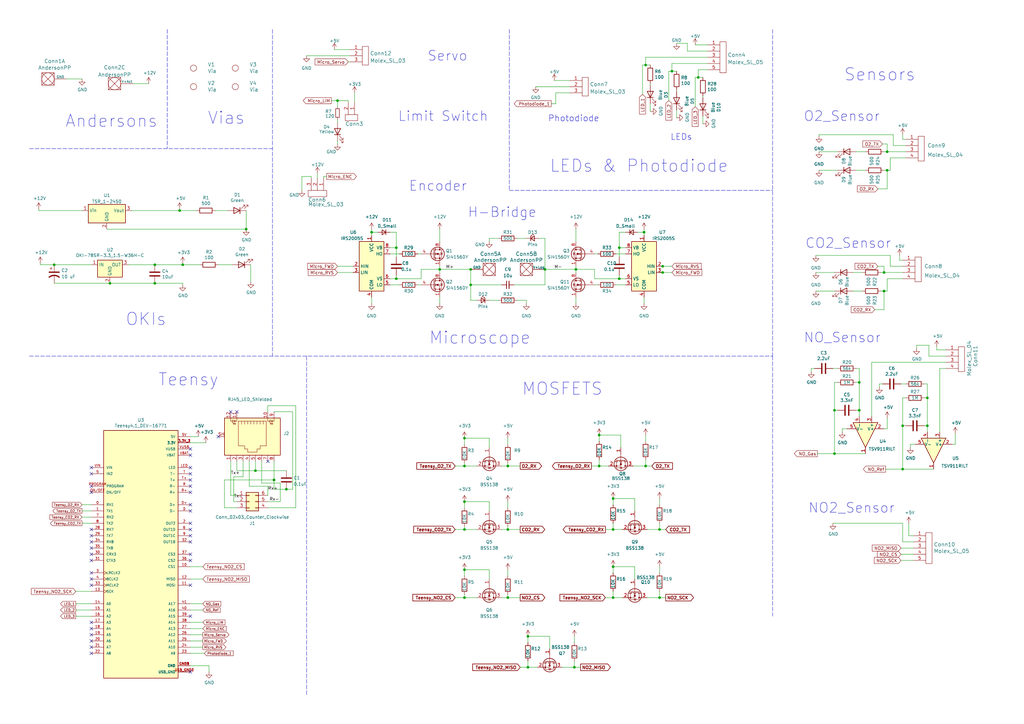
<source format=kicad_sch>
(kicad_sch (version 20211123) (generator eeschema)
  (paper "A3")
  (junction (at 254 114.3))
  (junction (at 45.085 116.205))
  (junction (at 22.225 108.585))
  (junction (at 245.745 191.135))
  (junction (at 270.51 245.11))
  (junction (at 380.365 163.195))
  (junction (at 208.28 191.135))
  (junction (at 370.205 174.625))
  (junction (at 190.5 205.74))
  (junction (at 236.22 110.49))
  (junction (at 251.46 245.11))
  (junction (at 193.04 116.84))
  (junction (at 352.425 156.845))
  (junction (at 117.475 200.66))
  (junction (at 193.04 110.49))
  (junction (at 152.4 95.25))
  (junction (at 362.585 111.76))
  (junction (at 286.385 31.75))
  (junction (at 235.585 273.685))
  (junction (at 138.43 41.275))
  (junction (at 251.46 232.41))
  (junction (at 73.66 86.36))
  (junction (at 363.855 69.85))
  (junction (at 162.56 101.6))
  (junction (at 271.78 111.76))
  (junction (at 363.855 62.23))
  (junction (at 275.59 29.21))
  (junction (at 380.365 174.625))
  (junction (at 63.5 116.205))
  (junction (at 100.965 93.98))
  (junction (at 180.34 110.49))
  (junction (at 264.795 191.135))
  (junction (at 104.775 193.04))
  (junction (at 190.5 191.135))
  (junction (at 362.585 119.38))
  (junction (at 190.5 179.705))
  (junction (at 251.46 217.17))
  (junction (at 342.265 186.055))
  (junction (at 370.205 192.405))
  (junction (at 254 101.6))
  (junction (at 270.51 217.17))
  (junction (at 216.535 260.985))
  (junction (at 271.78 109.22))
  (junction (at 352.425 168.275))
  (junction (at 190.5 245.11))
  (junction (at 63.5 108.585))
  (junction (at 74.93 108.585))
  (junction (at 190.5 233.68))
  (junction (at 245.745 178.435))
  (junction (at 208.28 217.17))
  (junction (at 208.28 245.11))
  (junction (at 190.5 217.17))
  (junction (at 216.535 273.685))
  (junction (at 264.16 95.25))
  (junction (at 162.56 114.3))
  (junction (at 251.46 204.47))
  (junction (at 112.395 196.85))
  (junction (at 342.265 168.275))
  (junction (at 223.52 110.49))
  (junction (at 264.795 26.67))
  (no_connect (at 37.465 240.03))
  (no_connect (at 78.105 229.87))
  (no_connect (at 94.615 168.91))
  (no_connect (at 97.155 168.91))
  (no_connect (at 37.465 194.31))
  (no_connect (at 37.465 201.93))
  (no_connect (at 78.105 227.33))
  (no_connect (at 78.105 191.77))
  (no_connect (at 78.105 207.01))
  (no_connect (at 78.105 222.25))
  (no_connect (at 37.465 267.97))
  (no_connect (at 37.465 224.79))
  (no_connect (at 37.465 191.77))
  (no_connect (at 37.465 262.89))
  (no_connect (at 37.465 255.27))
  (no_connect (at 78.105 184.15))
  (no_connect (at 37.465 217.17))
  (no_connect (at 78.105 201.93))
  (no_connect (at 37.465 237.49))
  (no_connect (at 78.105 186.69))
  (no_connect (at 78.105 214.63))
  (no_connect (at 37.465 219.71))
  (no_connect (at 78.105 196.85))
  (no_connect (at 78.105 252.73))
  (no_connect (at 37.465 199.39))
  (no_connect (at 78.105 219.71))
  (no_connect (at 78.105 194.31))
  (no_connect (at 78.105 209.55))
  (no_connect (at 37.465 265.43))
  (no_connect (at 78.105 240.03))
  (no_connect (at 109.855 189.23))
  (no_connect (at 78.105 275.59))
  (no_connect (at 78.105 217.17))
  (no_connect (at 89.535 179.07))
  (no_connect (at 37.465 222.25))
  (no_connect (at 37.465 227.33))
  (no_connect (at 37.465 257.81))
  (no_connect (at 37.465 260.35))
  (no_connect (at 37.465 234.95))
  (no_connect (at 78.105 199.39))
  (no_connect (at 37.465 229.87))
  (wire (pts (xy 335.28 186.055) (xy 342.265 186.055)))
  (wire (pts (xy 172.72 114.3) (xy 172.72 110.49)))
  (wire (pts (xy 171.45 104.14) (xy 172.72 104.14)))
  (wire (pts (xy 74.93 108.585) (xy 81.915 108.585)))
  (wire (pts (xy 31.115 247.65) (xy 37.465 247.65)))
  (wire (pts (xy 264.16 121.92) (xy 264.16 124.46)))
  (wire (pts (xy 370.205 57.15) (xy 370.205 55.245)))
  (wire (pts (xy 138.43 111.76) (xy 144.78 111.76)))
  (polyline (pts (xy 12.065 60.96) (xy 111.76 60.96)))
  (wire (pts (xy 387.985 148.59) (xy 357.505 148.59)))
  (wire (pts (xy 216.535 271.145) (xy 216.535 273.685)))
  (wire (pts (xy 235.585 260.985) (xy 235.585 263.525)))
  (wire (pts (xy 358.775 127) (xy 362.585 127)))
  (wire (pts (xy 226.06 42.545) (xy 227.965 42.545)))
  (wire (pts (xy 121.285 208.28) (xy 121.285 166.37)))
  (wire (pts (xy 285.115 31.75) (xy 286.385 31.75)))
  (wire (pts (xy 285.115 43.815) (xy 285.115 31.75)))
  (wire (pts (xy 235.585 273.685) (xy 238.125 273.685)))
  (wire (pts (xy 112.395 168.91) (xy 120.015 168.91)))
  (wire (pts (xy 235.585 271.145) (xy 235.585 273.685)))
  (wire (pts (xy 374.65 224.79) (xy 369.57 224.79)))
  (wire (pts (xy 227.965 38.1) (xy 227.965 42.545)))
  (wire (pts (xy 254 114.3) (xy 243.84 114.3)))
  (wire (pts (xy 370.205 174.625) (xy 370.205 192.405)))
  (wire (pts (xy 92.075 196.85) (xy 112.395 196.85)))
  (wire (pts (xy 142.875 41.91) (xy 142.875 41.275)))
  (wire (pts (xy 180.34 110.49) (xy 180.34 111.76)))
  (wire (pts (xy 208.28 179.705) (xy 208.28 182.245)))
  (wire (pts (xy 22.225 116.205) (xy 45.085 116.205)))
  (wire (pts (xy 242.57 191.135) (xy 245.745 191.135)))
  (wire (pts (xy 264.16 95.25) (xy 264.16 96.52)))
  (wire (pts (xy 53.975 86.36) (xy 73.66 86.36)))
  (wire (pts (xy 205.74 191.135) (xy 208.28 191.135)))
  (wire (pts (xy 117.475 200.66) (xy 112.395 200.66)))
  (wire (pts (xy 248.285 245.11) (xy 251.46 245.11)))
  (wire (pts (xy 371.475 64.77) (xy 365.125 64.77)))
  (wire (pts (xy 215.9 123.19) (xy 215.9 124.46)))
  (wire (pts (xy 363.855 59.055) (xy 363.855 62.23)))
  (wire (pts (xy 266.7 45.72) (xy 266.7 42.545)))
  (wire (pts (xy 180.34 93.98) (xy 180.34 99.06)))
  (wire (pts (xy 371.475 59.69) (xy 366.395 59.69)))
  (wire (pts (xy 33.655 214.63) (xy 37.465 214.63)))
  (wire (pts (xy 266.7 26.67) (xy 264.795 26.67)))
  (wire (pts (xy 94.615 203.2) (xy 94.615 189.23)))
  (wire (pts (xy 195.58 191.135) (xy 190.5 191.135)))
  (wire (pts (xy 45.085 116.205) (xy 63.5 116.205)))
  (wire (pts (xy 252.73 104.14) (xy 256.54 104.14)))
  (wire (pts (xy 236.22 109.22) (xy 236.22 110.49)))
  (wire (pts (xy 216.535 273.685) (xy 220.345 273.685)))
  (wire (pts (xy 107.315 198.12) (xy 107.315 189.23)))
  (wire (pts (xy 349.885 119.38) (xy 353.695 119.38)))
  (wire (pts (xy 83.185 247.65) (xy 78.105 247.65)))
  (wire (pts (xy 138.43 41.275) (xy 138.43 43.815)))
  (polyline (pts (xy 68.58 12.065) (xy 68.58 60.96)))
  (wire (pts (xy 193.04 116.84) (xy 193.04 110.49)))
  (wire (pts (xy 227.965 38.1) (xy 233.68 38.1)))
  (wire (pts (xy 248.285 217.17) (xy 251.46 217.17)))
  (wire (pts (xy 193.04 116.84) (xy 205.74 116.84)))
  (wire (pts (xy 15.875 86.36) (xy 15.875 85.725)))
  (wire (pts (xy 254.635 178.435) (xy 245.745 178.435)))
  (wire (pts (xy 114.935 198.12) (xy 107.315 198.12)))
  (wire (pts (xy 381 141.605) (xy 375.92 141.605)))
  (wire (pts (xy 37.465 207.01) (xy 33.655 207.01)))
  (wire (pts (xy 343.535 151.13) (xy 341.63 151.13)))
  (wire (pts (xy 254 95.25) (xy 256.54 95.25)))
  (wire (pts (xy 212.09 123.19) (xy 215.9 123.19)))
  (wire (pts (xy 270.51 217.17) (xy 273.05 217.17)))
  (wire (pts (xy 97.155 208.28) (xy 92.075 208.28)))
  (wire (pts (xy 256.54 101.6) (xy 254 101.6)))
  (wire (pts (xy 152.4 95.25) (xy 152.4 96.52)))
  (wire (pts (xy 190.5 233.68) (xy 190.5 236.22)))
  (wire (pts (xy 208.28 245.11) (xy 208.28 243.84)))
  (polyline (pts (xy 316.865 12.065) (xy 316.865 146.05)))
  (wire (pts (xy 363.22 192.405) (xy 370.205 192.405)))
  (wire (pts (xy 162.56 113.03) (xy 162.56 114.3)))
  (wire (pts (xy 374.65 219.71) (xy 372.745 219.71)))
  (wire (pts (xy 243.84 104.14) (xy 245.11 104.14)))
  (wire (pts (xy 200.66 123.19) (xy 204.47 123.19)))
  (wire (pts (xy 373.38 182.245) (xy 373.38 183.515)))
  (wire (pts (xy 251.46 217.17) (xy 255.27 217.17)))
  (wire (pts (xy 78.105 250.19) (xy 83.185 250.19)))
  (wire (pts (xy 208.28 233.68) (xy 208.28 236.22)))
  (wire (pts (xy 83.82 267.97) (xy 78.105 267.97)))
  (wire (pts (xy 172.72 110.49) (xy 180.34 110.49)))
  (wire (pts (xy 372.745 219.71) (xy 372.745 214.63)))
  (wire (pts (xy 208.28 217.17) (xy 213.36 217.17)))
  (wire (pts (xy 381 146.05) (xy 387.985 146.05)))
  (wire (pts (xy 371.475 163.195) (xy 370.205 163.195)))
  (wire (pts (xy 160.02 104.14) (xy 163.83 104.14)))
  (wire (pts (xy 190.5 179.705) (xy 190.5 182.245)))
  (wire (pts (xy 78.105 255.27) (xy 83.185 255.27)))
  (wire (pts (xy 264.795 191.135) (xy 267.335 191.135)))
  (wire (pts (xy 138.43 109.22) (xy 144.78 109.22)))
  (wire (pts (xy 37.465 242.57) (xy 31.115 242.57)))
  (wire (pts (xy 281.94 17.78) (xy 281.94 20.955)))
  (wire (pts (xy 78.105 265.43) (xy 83.185 265.43)))
  (wire (pts (xy 200.66 183.515) (xy 200.66 179.705)))
  (wire (pts (xy 370.205 114.3) (xy 363.855 114.3)))
  (wire (pts (xy 254.635 183.515) (xy 254.635 178.435)))
  (wire (pts (xy 351.155 156.845) (xy 352.425 156.845)))
  (wire (pts (xy 368.935 106.68) (xy 368.935 104.775)))
  (wire (pts (xy 125.73 22.86) (xy 143.51 22.86)))
  (wire (pts (xy 281.94 20.955) (xy 290.195 20.955)))
  (wire (pts (xy 347.345 175.895) (xy 345.44 175.895)))
  (wire (pts (xy 95.885 205.74) (xy 95.885 195.58)))
  (wire (pts (xy 251.46 245.11) (xy 255.27 245.11)))
  (wire (pts (xy 27.305 32.385) (xy 33.655 32.385)))
  (wire (pts (xy 245.745 191.135) (xy 249.555 191.135)))
  (wire (pts (xy 343.535 168.275) (xy 342.265 168.275)))
  (wire (pts (xy 254 101.6) (xy 254 105.41)))
  (wire (pts (xy 109.855 199.39) (xy 102.235 199.39)))
  (wire (pts (xy 270.51 111.76) (xy 271.78 111.76)))
  (wire (pts (xy 270.51 245.11) (xy 265.43 245.11)))
  (wire (pts (xy 138.43 57.785) (xy 138.43 59.055)))
  (wire (pts (xy 277.495 17.78) (xy 281.94 17.78)))
  (wire (pts (xy 264.795 26.67) (xy 264.795 23.495)))
  (wire (pts (xy 270.51 232.41) (xy 270.51 234.95)))
  (wire (pts (xy 352.425 168.275) (xy 352.425 170.815)))
  (wire (pts (xy 138.43 41.275) (xy 142.875 41.275)))
  (wire (pts (xy 362.585 109.22) (xy 362.585 111.76)))
  (wire (pts (xy 391.795 177.8) (xy 391.795 182.245)))
  (wire (pts (xy 84.455 181.61) (xy 78.105 181.61)))
  (wire (pts (xy 360.045 109.22) (xy 362.585 109.22)))
  (wire (pts (xy 288.29 40.005) (xy 288.29 39.37)))
  (wire (pts (xy 243.84 114.3) (xy 243.84 110.49)))
  (wire (pts (xy 92.075 208.28) (xy 92.075 196.85)))
  (wire (pts (xy 286.385 31.75) (xy 286.385 28.575)))
  (wire (pts (xy 385.445 151.13) (xy 385.445 177.165)))
  (wire (pts (xy 260.35 204.47) (xy 251.46 204.47)))
  (wire (pts (xy 236.22 110.49) (xy 223.52 110.49)))
  (wire (pts (xy 78.105 262.89) (xy 83.185 262.89)))
  (wire (pts (xy 363.855 171.45) (xy 363.855 175.895)))
  (wire (pts (xy 132.715 73.025) (xy 132.715 72.39)))
  (wire (pts (xy 200.66 97.79) (xy 200.66 99.06)))
  (wire (pts (xy 371.475 157.48) (xy 369.57 157.48)))
  (wire (pts (xy 365.125 69.85) (xy 363.855 69.85)))
  (wire (pts (xy 112.395 200.66) (xy 112.395 196.85)))
  (wire (pts (xy 236.22 121.92) (xy 236.22 124.46)))
  (wire (pts (xy 380.365 174.625) (xy 380.365 177.165)))
  (wire (pts (xy 210.82 116.84) (xy 223.52 116.84)))
  (wire (pts (xy 363.855 62.23) (xy 371.475 62.23)))
  (wire (pts (xy 371.475 174.625) (xy 370.205 174.625)))
  (wire (pts (xy 123.825 72.39) (xy 123.825 78.105)))
  (wire (pts (xy 43.815 93.98) (xy 100.965 93.98)))
  (wire (pts (xy 152.4 93.98) (xy 152.4 95.25)))
  (wire (pts (xy 335.915 69.85) (xy 343.535 69.85)))
  (wire (pts (xy 31.115 252.73) (xy 37.465 252.73)))
  (wire (pts (xy 264.16 93.98) (xy 264.16 95.25)))
  (wire (pts (xy 277.495 37.465) (xy 277.495 36.83)))
  (wire (pts (xy 132.715 72.39) (xy 133.985 72.39)))
  (wire (pts (xy 200.66 179.705) (xy 190.5 179.705)))
  (wire (pts (xy 381 141.605) (xy 381 146.05)))
  (wire (pts (xy 120.015 200.66) (xy 117.475 200.66)))
  (wire (pts (xy 109.855 203.2) (xy 109.855 199.39)))
  (wire (pts (xy 204.47 97.79) (xy 200.66 97.79)))
  (wire (pts (xy 121.285 166.37) (xy 109.855 166.37)))
  (wire (pts (xy 352.425 168.275) (xy 352.425 156.845)))
  (wire (pts (xy 271.78 109.22) (xy 275.59 109.22)))
  (wire (pts (xy 200.66 205.74) (xy 190.5 205.74)))
  (wire (pts (xy 200.66 209.55) (xy 200.66 205.74)))
  (wire (pts (xy 112.395 196.85) (xy 112.395 189.23)))
  (polyline (pts (xy 111.76 12.065) (xy 111.76 146.05)))
  (wire (pts (xy 365.125 109.22) (xy 365.125 104.775)))
  (wire (pts (xy 137.16 20.32) (xy 143.51 20.32)))
  (wire (pts (xy 142.875 25.4) (xy 143.51 25.4)))
  (wire (pts (xy 264.795 191.135) (xy 259.715 191.135)))
  (wire (pts (xy 186.69 245.11) (xy 190.5 245.11)))
  (wire (pts (xy 127.635 72.39) (xy 127.635 73.025)))
  (wire (pts (xy 360.045 77.47) (xy 363.855 77.47)))
  (wire (pts (xy 260.35 209.55) (xy 260.35 204.47)))
  (wire (pts (xy 190.5 205.74) (xy 190.5 208.28)))
  (wire (pts (xy 123.825 72.39) (xy 127.635 72.39)))
  (wire (pts (xy 375.285 182.245) (xy 373.38 182.245)))
  (wire (pts (xy 16.51 108.585) (xy 16.51 107.95)))
  (wire (pts (xy 208.28 205.74) (xy 208.28 208.28)))
  (wire (pts (xy 270.51 242.57) (xy 270.51 245.11)))
  (wire (pts (xy 102.235 189.23) (xy 102.235 199.39)))
  (wire (pts (xy 264.795 23.495) (xy 290.195 23.495)))
  (wire (pts (xy 387.985 151.13) (xy 385.445 151.13)))
  (wire (pts (xy 270.51 217.17) (xy 265.43 217.17)))
  (wire (pts (xy 220.98 97.79) (xy 223.52 97.79)))
  (wire (pts (xy 275.59 29.21) (xy 275.59 26.035)))
  (wire (pts (xy 138.43 48.895) (xy 138.43 50.165)))
  (wire (pts (xy 363.855 69.85) (xy 362.585 69.85)))
  (wire (pts (xy 266.7 34.925) (xy 266.7 34.29)))
  (wire (pts (xy 361.95 59.055) (xy 363.855 59.055)))
  (wire (pts (xy 95.885 195.58) (xy 99.695 195.58)))
  (wire (pts (xy 109.855 208.28) (xy 121.285 208.28)))
  (polyline (pts (xy 208.915 12.065) (xy 208.915 78.105)))
  (wire (pts (xy 195.58 217.17) (xy 190.5 217.17)))
  (wire (pts (xy 225.425 266.065) (xy 225.425 260.985)))
  (wire (pts (xy 261.62 95.25) (xy 264.16 95.25)))
  (wire (pts (xy 251.46 214.63) (xy 251.46 217.17)))
  (wire (pts (xy 85.725 273.05) (xy 85.725 275.59)))
  (wire (pts (xy 78.105 232.41) (xy 83.185 232.41)))
  (wire (pts (xy 380.365 157.48) (xy 380.365 163.195)))
  (wire (pts (xy 254 101.6) (xy 254 95.25)))
  (wire (pts (xy 78.105 179.07) (xy 81.28 179.07)))
  (wire (pts (xy 384.175 143.51) (xy 387.985 143.51)))
  (wire (pts (xy 208.28 191.135) (xy 208.28 189.865)))
  (wire (pts (xy 363.855 175.895) (xy 362.585 175.895)))
  (wire (pts (xy 277.495 48.26) (xy 277.495 45.085)))
  (wire (pts (xy 362.585 62.23) (xy 363.855 62.23)))
  (wire (pts (xy 251.46 204.47) (xy 251.46 207.01)))
  (wire (pts (xy 104.775 193.04) (xy 117.475 193.04)))
  (wire (pts (xy 193.04 123.19) (xy 195.58 123.19)))
  (wire (pts (xy 162.56 101.6) (xy 162.56 105.41)))
  (wire (pts (xy 366.395 59.69) (xy 366.395 55.245)))
  (wire (pts (xy 97.155 205.74) (xy 95.885 205.74)))
  (wire (pts (xy 227.33 33.02) (xy 233.68 33.02)))
  (wire (pts (xy 380.365 157.48) (xy 379.095 157.48)))
  (wire (pts (xy 212.09 97.79) (xy 215.9 97.79)))
  (wire (pts (xy 205.74 245.11) (xy 208.28 245.11)))
  (wire (pts (xy 374.65 227.33) (xy 369.57 227.33)))
  (wire (pts (xy 375.92 141.605) (xy 375.92 142.875)))
  (wire (pts (xy 154.94 95.25) (xy 152.4 95.25)))
  (wire (pts (xy 256.54 116.84) (xy 252.73 116.84)))
  (wire (pts (xy 370.205 106.68) (xy 368.935 106.68)))
  (wire (pts (xy 88.265 86.36) (xy 93.345 86.36)))
  (wire (pts (xy 193.04 123.19) (xy 193.04 116.84)))
  (wire (pts (xy 160.02 114.3) (xy 162.56 114.3)))
  (wire (pts (xy 114.935 205.74) (xy 114.935 198.12)))
  (wire (pts (xy 216.535 260.985) (xy 216.535 263.525)))
  (wire (pts (xy 256.54 114.3) (xy 254 114.3)))
  (wire (pts (xy 83.185 237.49) (xy 78.105 237.49)))
  (wire (pts (xy 370.205 192.405) (xy 382.905 192.405)))
  (wire (pts (xy 342.265 168.275) (xy 342.265 186.055)))
  (wire (pts (xy 243.84 110.49) (xy 236.22 110.49)))
  (wire (pts (xy 200.66 237.49) (xy 200.66 233.68)))
  (wire (pts (xy 370.205 163.195) (xy 370.205 174.625)))
  (polyline (pts (xy 208.915 78.105) (xy 316.865 78.105)))
  (wire (pts (xy 186.69 217.17) (xy 190.5 217.17)))
  (wire (pts (xy 225.425 260.985) (xy 216.535 260.985)))
  (wire (pts (xy 334.645 119.38) (xy 342.265 119.38)))
  (wire (pts (xy 236.22 93.98) (xy 236.22 99.06)))
  (wire (pts (xy 362.585 111.76) (xy 370.205 111.76)))
  (wire (pts (xy 97.155 203.2) (xy 94.615 203.2)))
  (wire (pts (xy 100.965 86.36) (xy 100.965 93.98)))
  (wire (pts (xy 195.58 245.11) (xy 190.5 245.11)))
  (wire (pts (xy 370.205 222.25) (xy 370.205 214.63)))
  (wire (pts (xy 277.495 29.21) (xy 275.59 29.21)))
  (wire (pts (xy 245.745 178.435) (xy 245.745 180.975)))
  (wire (pts (xy 74.93 116.205) (xy 74.93 116.84)))
  (wire (pts (xy 357.505 148.59) (xy 357.505 170.815)))
  (wire (pts (xy 16.51 108.585) (xy 22.225 108.585)))
  (wire (pts (xy 380.365 174.625) (xy 380.365 163.195)))
  (wire (pts (xy 243.84 116.84) (xy 245.11 116.84)))
  (wire (pts (xy 351.155 62.23) (xy 354.965 62.23)))
  (wire (pts (xy 180.34 121.92) (xy 180.34 124.46)))
  (wire (pts (xy 352.425 151.13) (xy 352.425 156.845)))
  (wire (pts (xy 208.28 191.135) (xy 213.36 191.135)))
  (wire (pts (xy 78.105 260.35) (xy 83.185 260.35)))
  (wire (pts (xy 160.02 101.6) (xy 162.56 101.6)))
  (wire (pts (xy 190.5 217.17) (xy 190.5 215.9)))
  (wire (pts (xy 78.105 273.05) (xy 85.725 273.05)))
  (wire (pts (xy 245.745 188.595) (xy 245.745 191.135)))
  (wire (pts (xy 120.015 168.91) (xy 120.015 200.66)))
  (wire (pts (xy 130.175 71.12) (xy 130.175 73.025)))
  (wire (pts (xy 180.34 109.22) (xy 180.34 110.49)))
  (wire (pts (xy 345.44 175.895) (xy 345.44 177.165)))
  (wire (pts (xy 171.45 116.84) (xy 172.72 116.84)))
  (wire (pts (xy 334.645 111.76) (xy 342.265 111.76)))
  (wire (pts (xy 371.475 57.15) (xy 370.205 57.15)))
  (wire (pts (xy 15.875 86.36) (xy 33.655 86.36)))
  (wire (pts (xy 370.205 109.22) (xy 365.125 109.22)))
  (wire (pts (xy 264.795 188.595) (xy 264.795 191.135)))
  (wire (pts (xy 270.51 245.11) (xy 273.05 245.11)))
  (wire (pts (xy 73.66 85.725) (xy 73.66 86.36)))
  (wire (pts (xy 37.465 250.19) (xy 31.115 250.19)))
  (wire (pts (xy 363.855 119.38) (xy 362.585 119.38)))
  (wire (pts (xy 33.655 212.09) (xy 37.465 212.09)))
  (polyline (pts (xy 125.73 146.05) (xy 125.73 285.115)))
  (wire (pts (xy 379.095 163.195) (xy 380.365 163.195)))
  (wire (pts (xy 135.89 41.275) (xy 138.43 41.275)))
  (wire (pts (xy 97.155 189.23) (xy 97.155 193.04)))
  (wire (pts (xy 63.5 116.205) (xy 74.93 116.205)))
  (wire (pts (xy 334.01 151.13) (xy 332.74 151.13)))
  (wire (pts (xy 223.52 97.79) (xy 223.52 110.49)))
  (wire (pts (xy 22.225 108.585) (xy 37.465 108.585)))
  (wire (pts (xy 236.22 110.49) (xy 236.22 111.76)))
  (wire (pts (xy 152.4 121.92) (xy 152.4 124.46)))
  (wire (pts (xy 60.96 34.29) (xy 54.61 34.29)))
  (wire (pts (xy 288.29 31.75) (xy 286.385 31.75)))
  (wire (pts (xy 362.585 119.38) (xy 361.315 119.38)))
  (wire (pts (xy 186.69 191.135) (xy 190.5 191.135)))
  (wire (pts (xy 109.855 166.37) (xy 109.855 168.91)))
  (wire (pts (xy 271.78 111.76) (xy 275.59 111.76)))
  (wire (pts (xy 104.775 193.04) (xy 104.775 189.23)))
  (wire (pts (xy 162.56 101.6) (xy 162.56 95.25)))
  (wire (pts (xy 274.32 29.21) (xy 275.59 29.21)))
  (wire (pts (xy 363.855 77.47) (xy 363.855 69.85)))
  (wire (pts (xy 219.71 35.56) (xy 233.68 35.56)))
  (wire (pts (xy 370.205 214.63) (xy 341.63 214.63)))
  (wire (pts (xy 374.65 222.25) (xy 370.205 222.25)))
  (wire (pts (xy 374.65 229.87) (xy 369.57 229.87)))
  (wire (pts (xy 379.095 174.625) (xy 380.365 174.625)))
  (wire (pts (xy 235.585 273.685) (xy 230.505 273.685)))
  (wire (pts (xy 349.885 111.76) (xy 353.695 111.76)))
  (wire (pts (xy 251.46 232.41) (xy 251.46 234.95)))
  (wire (pts (xy 200.66 233.68) (xy 190.5 233.68)))
  (wire (pts (xy 73.66 86.36) (xy 80.645 86.36)))
  (wire (pts (xy 160.02 116.84) (xy 163.83 116.84)))
  (wire (pts (xy 285.115 18.415) (xy 290.195 18.415)))
  (wire (pts (xy 360.68 157.48) (xy 360.68 158.75)))
  (wire (pts (xy 145.415 38.1) (xy 145.415 41.91)))
  (wire (pts (xy 288.29 50.8) (xy 288.29 47.625)))
  (wire (pts (xy 208.28 217.17) (xy 208.28 215.9)))
  (wire (pts (xy 190.5 191.135) (xy 190.5 189.865)))
  (wire (pts (xy 342.265 186.055) (xy 354.965 186.055)))
  (wire (pts (xy 213.36 273.685) (xy 216.535 273.685)))
  (wire (pts (xy 366.395 55.245) (xy 335.915 55.245)))
  (wire (pts (xy 335.915 55.245) (xy 335.915 55.88)))
  (wire (pts (xy 270.51 214.63) (xy 270.51 217.17)))
  (wire (pts (xy 78.105 257.81) (xy 83.185 257.81)))
  (wire (pts (xy 99.695 195.58) (xy 99.695 189.23)))
  (wire (pts (xy 162.56 114.3) (xy 172.72 114.3)))
  (wire (pts (xy 351.155 69.85) (xy 354.965 69.85)))
  (wire (pts (xy 363.855 114.3) (xy 363.855 119.38)))
  (wire (pts (xy 97.155 193.04) (xy 104.775 193.04)))
  (wire (pts (xy 343.535 156.845) (xy 342.265 156.845)))
  (wire (pts (xy 274.32 41.275) (xy 274.32 29.21)))
  (wire (pts (xy 362.585 127) (xy 362.585 119.38)))
  (wire (pts (xy 270.51 109.22) (xy 271.78 109.22)))
  (wire (pts (xy 361.315 111.76) (xy 362.585 111.76)))
  (wire (pts (xy 190.5 245.11) (xy 190.5 243.84)))
  (wire (pts (xy 180.34 110.49) (xy 193.04 110.49)))
  (wire (pts (xy 263.525 26.67) (xy 264.795 26.67)))
  (wire (pts (xy 63.5 108.585) (xy 74.93 108.585)))
  (wire (pts (xy 270.51 204.47) (xy 270.51 207.01)))
  (wire (pts (xy 260.35 232.41) (xy 251.46 232.41)))
  (wire (pts (xy 332.74 151.13) (xy 332.74 152.4)))
  (wire (pts (xy 89.535 108.585) (xy 95.25 108.585)))
  (wire (pts (xy 335.915 62.23) (xy 343.535 62.23)))
  (wire (pts (xy 342.265 156.845) (xy 342.265 168.275)))
  (wire (pts (xy 275.59 26.035) (xy 290.195 26.035)))
  (wire (pts (xy 352.425 151.13) (xy 351.155 151.13)))
  (wire (pts (xy 74.93 108.585) (xy 74.93 107.95)))
  (polyline (pts (xy 12.065 146.05) (xy 316.865 146.05)))
  (wire (pts (xy 365.125 104.775) (xy 334.645 104.775)))
  (wire (pts (xy 365.125 64.77) (xy 365.125 69.85)))
  (polyline (pts (xy 316.865 146.05) (xy 316.865 252.73)))
  (wire (pts (xy 33.655 209.55) (xy 37.465 209.55)))
  (wire (pts (xy 254 113.03) (xy 254 114.3)))
  (wire (pts (xy 264.795 178.435) (xy 264.795 180.975)))
  (wire (pts (xy 52.705 108.585) (xy 63.5 108.585)))
  (wire (pts (xy 263.525 38.735) (xy 263.525 26.67)))
  (wire (pts (xy 351.155 168.275) (xy 352.425 168.275)))
  (wire (pts (xy 223.52 116.84) (xy 223.52 110.49)))
  (wire (pts (xy 391.795 182.245) (xy 390.525 182.245)))
  (wire (pts (xy 208.28 245.11) (xy 213.36 245.11)))
  (wire (pts (xy 102.87 108.585) (xy 102.87 115.57)))
  (wire (pts (xy 260.35 237.49) (xy 260.35 232.41)))
  (wire (pts (xy 205.74 217.17) (xy 208.28 217.17)))
  (wire (pts (xy 162.56 95.25) (xy 160.02 95.25)))
  (wire (pts (xy 384.175 143.51) (xy 384.175 142.24)))
  (wire (pts (xy 361.95 157.48) (xy 360.68 157.48)))
  (wire (pts (xy 109.855 205.74) (xy 114.935 205.74)))
  (wire (pts (xy 286.385 28.575) (xy 290.195 28.575)))
  (wire (pts (xy 251.46 242.57) (xy 251.46 245.11)))
  (text "CO2_Sensor" (at 330.2 102.235 0) (effects (font (size 4 4)) (justify left bottom)))
  (text "Teensy" (at 64.77 158.75 0) (effects (font (size 5.0038 5.0038)) (justify left bottom)))
  (text "Vias" (at 85.09 51.435 0) (effects (font (size 5.0038 5.0038)) (justify left bottom)))
  (text "Microscope" (at 175.895 141.605 0) (effects (font (size 5 5)) (justify left bottom)))
  (text "Servo" (at 175.26 25.4 0) (effects (font (size 4 4)) (justify left bottom)))
  (text "Sensors" (at 346.075 33.655 0) (effects (font (size 5.0038 5.0038)) (justify left bottom)))
  (text "Encoder" (at 167.64 78.74 0) (effects (font (size 4 4)) (justify left bottom)))
  (text "MOSFETS" (at 213.995 162.56 0) (effects (font (size 5 5)) (justify left bottom)))
  (text "Photodiode" (at 224.79 50.165 0) (effects (font (size 2.5 2.5)) (justify left bottom)))
  (text "LEDs" (at 274.955 57.785 0) (effects (font (size 2.4892 2.4892)) (justify left bottom)))
  (text "OKIs" (at 51.435 133.985 0) (effects (font (size 5.0038 5.0038)) (justify left bottom)))
  (text "NO2_Sensor" (at 331.47 210.82 0) (effects (font (size 4 4)) (justify left bottom)))
  (text "Andersons" (at 26.67 52.705 0) (effects (font (size 5.0038 5.0038)) (justify left bottom)))
  (text "NO_Sensor" (at 329.565 140.97 0) (effects (font (size 4 4)) (justify left bottom)))
  (text "LEDs & Photodiode" (at 225.425 71.12 0) (effects (font (size 5.0038 5.0038)) (justify left bottom)))
  (text "H-Bridge" (at 191.77 89.535 0) (effects (font (size 4 4)) (justify left bottom)))
  (text "O2_Sensor" (at 329.565 50.165 0) (effects (font (size 4 4)) (justify left bottom)))
  (text "Limit Switch" (at 163.195 50.165 0) (effects (font (size 4 4)) (justify left bottom)))
  (label "Tx-" (at 95.885 204.47 0))
  (label "Tx+" (at 94.615 194.945 0))
  (label "Rx+" (at 109.855 201.295 0))
  (label "M+" (at 182.88 110.49 0))
  (label "M-" (at 227.33 110.49 0))
  (label "Rx-" (at 110.49 205.74 0))
  (global_label "LED_3" (shape input) (at 285.115 43.815 270) (property "Intersheet References" "${INTERSHEET_REFS}" (effects hide)))
  (global_label "Teensy_O2_TX" (shape output) (at 33.655 209.55 180) (effects (font (size 0.9906 0.9906))) (property "Intersheet References" "${INTERSHEET_REFS}" (effects hide)))
  (global_label "CO2_RX" (shape input) (at 358.775 127 180) (property "Intersheet References" "${INTERSHEET_REFS}" (effects hide)))
  (global_label "NO_Ref" (shape output) (at 363.22 192.405 180) (property "Intersheet References" "${INTERSHEET_REFS}" (effects hide)))
  (global_label "Teensy_NO2_CS" (shape input) (at 83.185 232.41 0) (property "Intersheet References" "${INTERSHEET_REFS}" (effects hide)))
  (global_label "Photodiode_1" (shape output) (at 226.06 42.545 180) (property "Intersheet References" "${INTERSHEET_REFS}" (effects hide)))
  (global_label "Teensy_NO2_SCK" (shape input) (at 248.285 245.11 180) (effects (font bold)) (property "Intersheet References" "${INTERSHEET_REFS}" (effects hide)))
  (global_label "Teensy_CO2_RX" (shape input) (at 33.655 212.09 180) (effects (font (size 0.9906 0.9906))) (property "Intersheet References" "${INTERSHEET_REFS}" (effects hide)))
  (global_label "Teensy_NO2_CS" (shape input) (at 186.69 245.11 180) (effects (font bold)) (property "Intersheet References" "${INTERSHEET_REFS}" (effects hide)))
  (global_label "LED_2" (shape output) (at 31.115 250.19 180) (effects (font (size 0.9906 0.9906))) (property "Intersheet References" "${INTERSHEET_REFS}" (effects hide)))
  (global_label "Teensy_NO2_MISO" (shape input) (at 213.36 273.685 180) (effects (font bold)) (property "Intersheet References" "${INTERSHEET_REFS}" (effects hide)))
  (global_label "Micro_Servo" (shape output) (at 83.185 260.35 0) (effects (font (size 1 1))) (property "Intersheet References" "${INTERSHEET_REFS}" (effects hide)))
  (global_label "Teensy_NO2_MISO" (shape input) (at 83.185 237.49 0) (property "Intersheet References" "${INTERSHEET_REFS}" (effects hide)))
  (global_label "NO2_CS" (shape output) (at 213.36 245.11 0) (effects (font bold)) (property "Intersheet References" "${INTERSHEET_REFS}" (effects hide)))
  (global_label "Micro_RVS" (shape output) (at 83.185 265.43 0) (effects (font (size 1 1))) (property "Intersheet References" "${INTERSHEET_REFS}" (effects hide)))
  (global_label "Micro_LIM" (shape output) (at 135.89 41.275 180) (property "Intersheet References" "${INTERSHEET_REFS}" (effects hide)))
  (global_label "Teensy_NO2_SCK" (shape input) (at 31.115 242.57 180) (property "Intersheet References" "${INTERSHEET_REFS}" (effects hide)))
  (global_label "Micro_RVS" (shape input) (at 138.43 111.76 180) (property "Intersheet References" "${INTERSHEET_REFS}" (effects hide)))
  (global_label "Micro_FWD" (shape input) (at 138.43 109.22 180) (property "Intersheet References" "${INTERSHEET_REFS}" (effects hide)))
  (global_label "NO2_MISO" (shape input) (at 369.57 224.79 180) (property "Intersheet References" "${INTERSHEET_REFS}" (effects hide)))
  (global_label "CO2_TX" (shape input) (at 360.045 109.22 180) (property "Intersheet References" "${INTERSHEET_REFS}" (effects hide)))
  (global_label "Teensy_CO2_TX" (shape output) (at 33.655 214.63 180) (effects (font (size 0.9906 0.9906))) (property "Intersheet References" "${INTERSHEET_REFS}" (effects hide)))
  (global_label "NO2_CS" (shape input) (at 369.57 227.33 180) (property "Intersheet References" "${INTERSHEET_REFS}" (effects hide)))
  (global_label "Teensy_CO2_TX" (shape input) (at 186.69 217.17 180) (effects (font bold)) (property "Intersheet References" "${INTERSHEET_REFS}" (effects hide)))
  (global_label "NO_Gas" (shape input) (at 83.185 247.65 0) (effects (font (size 0.9906 0.9906))) (property "Intersheet References" "${INTERSHEET_REFS}" (effects hide)))
  (global_label "Micro_RVS" (shape input) (at 275.59 109.22 0) (property "Intersheet References" "${INTERSHEET_REFS}" (effects hide)))
  (global_label "Micro_FWD" (shape input) (at 275.59 111.76 0) (property "Intersheet References" "${INTERSHEET_REFS}" (effects hide)))
  (global_label "Micro_FWD" (shape output) (at 83.185 262.89 0) (effects (font (size 1 1))) (property "Intersheet References" "${INTERSHEET_REFS}" (effects hide)))
  (global_label "O2_TX" (shape input) (at 267.335 191.135 0) (effects (font bold)) (property "Intersheet References" "${INTERSHEET_REFS}" (effects hide)))
  (global_label "NO_Ref" (shape input) (at 83.185 250.19 0) (effects (font (size 0.9906 0.9906))) (property "Intersheet References" "${INTERSHEET_REFS}" (effects hide)))
  (global_label "Micro_LIM" (shape input) (at 83.185 255.27 0) (effects (font (size 1 1))) (property "Intersheet References" "${INTERSHEET_REFS}" (effects hide)))
  (global_label "O2_TX" (shape input) (at 361.95 59.055 180) (property "Intersheet References" "${INTERSHEET_REFS}" (effects hide)))
  (global_label "Teensy_CO2_RX" (shape output) (at 248.285 217.17 180) (effects (font bold)) (property "Intersheet References" "${INTERSHEET_REFS}" (effects hide)))
  (global_label "Teensy_O2_RX" (shape output) (at 242.57 191.135 180) (effects (font bold)) (property "Intersheet References" "${INTERSHEET_REFS}" (effects hide)))
  (global_label "O2_RX" (shape output) (at 213.36 191.135 0) (effects (font bold)) (property "Intersheet References" "${INTERSHEET_REFS}" (effects hide)))
  (global_label "LED_2" (shape input) (at 274.32 41.275 270) (property "Intersheet References" "${INTERSHEET_REFS}" (effects hide)))
  (global_label "LED_1" (shape output) (at 31.115 247.65 180) (effects (font (size 0.9906 0.9906))) (property "Intersheet References" "${INTERSHEET_REFS}" (effects hide)))
  (global_label "LED_3" (shape output) (at 31.115 252.73 180) (effects (font (size 0.9906 0.9906))) (property "Intersheet References" "${INTERSHEET_REFS}" (effects hide)))
  (global_label "CO2_TX" (shape input) (at 273.05 217.17 0) (effects (font bold)) (property "Intersheet References" "${INTERSHEET_REFS}" (effects hide)))
  (global_label "Micro_ENC" (shape output) (at 133.985 72.39 0) (property "Intersheet References" "${INTERSHEET_REFS}" (effects hide)))
  (global_label "O2_RX" (shape input) (at 360.045 77.47 180) (property "Intersheet References" "${INTERSHEET_REFS}" (effects hide)))
  (global_label "Photodiode_1" (shape input) (at 83.82 267.97 0) (effects (font (size 0.9906 0.9906))) (property "Intersheet References" "${INTERSHEET_REFS}" (effects hide)))
  (global_label "NO2_MISO" (shape output) (at 238.125 273.685 0) (effects (font bold)) (property "Intersheet References" "${INTERSHEET_REFS}" (effects hide)))
  (global_label "Micro_Servo" (shape input) (at 142.875 25.4 180) (property "Intersheet References" "${INTERSHEET_REFS}" (effects hide)))
  (global_label "LED_1" (shape input) (at 263.525 38.735 270) (property "Intersheet References" "${INTERSHEET_REFS}" (effects hide)))
  (global_label "Teensy_O2_RX" (shape input) (at 33.655 207.01 180) (effects (font (size 0.9906 0.9906))) (property "Intersheet References" "${INTERSHEET_REFS}" (effects hide)))
  (global_label "Micro_ENC" (shape input) (at 83.185 257.81 0) (effects (font (size 1 1))) (property "Intersheet References" "${INTERSHEET_REFS}" (effects hide)))
  (global_label "NO_Gas" (shape output) (at 335.28 186.055 180) (property "Intersheet References" "${INTERSHEET_REFS}" (effects hide)))
  (global_label "CO2_RX" (shape output) (at 213.36 217.17 0) (effects (font bold)) (property "Intersheet References" "${INTERSHEET_REFS}" (effects hide)))
  (global_label "NO2_SCK" (shape input) (at 369.57 229.87 180) (property "Intersheet References" "${INTERSHEET_REFS}" (effects hide)))
  (global_label "NO2_SCK" (shape output) (at 273.05 245.11 0) (effects (font bold)) (property "Intersheet References" "${INTERSHEET_REFS}" (effects hide)))
  (global_label "Teensy_O2_TX" (shape input) (at 186.69 191.135 180) (effects (font bold)) (property "Intersheet References" "${INTERSHEET_REFS}" (effects hide)))
  (symbol (lib_id "MRDT_Connectors:AndersonPP") (at 17.145 34.925 0) (unit 1)
    (property "Reference" "Conn1" (at 22.4282 25.0952 0) (effects (font (size 1.524 1.524))))
    (property "Value" "AndersonPP" (at 22.4282 27.7876 0) (effects (font (size 1.524 1.524))))
  )
  (symbol (lib_id "power:+5V") (at 73.66 85.725 0) (unit 1)
    (property "Reference" "#PWR04" (effects hide))
    (property "Value" "+5V" (at 74.041 81.3308 0))
  )
  (symbol (lib_id "power:+3V3") (at 74.93 107.95 0) (unit 1)
    (property "Reference" "#PWR06" (effects hide))
    (property "Value" "+3V3" (at 75.311 103.5558 0))
  )
  (symbol (lib_id "MRDT_Drill_Holes:Via") (at 79.375 27.94 0) (unit 1)
    (property "Reference" "V1" (at 85.1662 26.4668 0) (effects (font (size 1.524 1.524)) (justify left)))
    (property "Value" "Via" (at 85.1662 29.1592 0) (effects (font (size 1.524 1.524)) (justify left)))
  )
  (symbol (lib_id "power:+12V") (at 60.96 34.29 0) (unit 1)
    (property "Reference" "#PWR08" (effects hide))
    (property "Value" "+12V" (at 61.341 29.8958 0))
  )
  (symbol (lib_id "power:GND") (at 33.655 32.385 0) (unit 1)
    (property "Reference" "#PWR03" (effects hide))
    (property "Value" "GND" (at 33.782 36.7792 0))
  )
  (symbol (lib_id "MRDT_Drill_Holes:Via") (at 96.52 27.94 0) (unit 1)
    (property "Reference" "V3" (at 102.3112 26.4668 0) (effects (font (size 1.524 1.524)) (justify left)))
    (property "Value" "Via" (at 102.3112 29.1592 0) (effects (font (size 1.524 1.524)) (justify left)))
  )
  (symbol (lib_id "MRDT_Drill_Holes:Via") (at 79.375 35.56 0) (unit 1)
    (property "Reference" "V2" (at 85.1662 34.0868 0) (effects (font (size 1.524 1.524)) (justify left)))
    (property "Value" "Via" (at 85.1662 36.7792 0) (effects (font (size 1.524 1.524)) (justify left)))
  )
  (symbol (lib_id "MRDT_Drill_Holes:Via") (at 96.52 35.56 0) (unit 1)
    (property "Reference" "V4" (at 102.3112 34.0868 0) (effects (font (size 1.524 1.524)) (justify left)))
    (property "Value" "Via" (at 102.3112 36.7792 0) (effects (font (size 1.524 1.524)) (justify left)))
  )
  (symbol (lib_id "Converter_DCDC:OKI-78SR-3.3_1.5-W36H-C") (at 45.085 108.585 0) (unit 1)
    (property "Reference" "U2" (at 45.085 102.4382 0))
    (property "Value" "OKI-78SR-3.3_1.5-W36H-C" (at 45.085 104.7496 0))
    (property "Footprint" "Converter_DCDC:Converter_DCDC_muRata_OKI-78SR_Horizontal" (effects hide))
    (property "Datasheet" "https://power.murata.com/data/power/oki-78sr.pdf" (effects hide))
  )
  (symbol (lib_id "Device:C") (at 63.5 112.395 0) (unit 1)
    (property "Reference" "C4" (at 66.421 111.2266 0) (effects (justify left)))
    (property "Value" "10uF" (at 66.421 113.538 0) (effects (justify left)))
  )
  (symbol (lib_id "power:+12V") (at 15.875 85.725 0) (unit 1)
    (property "Reference" "#PWR01" (effects hide))
    (property "Value" "+12V" (at 16.256 81.3308 0))
  )
  (symbol (lib_id "power:+12V") (at 16.51 107.95 0) (unit 1)
    (property "Reference" "#PWR02" (effects hide))
    (property "Value" "+12V" (at 16.891 103.5558 0))
  )
  (symbol (lib_id "power:GND") (at 74.93 116.84 0) (unit 1)
    (property "Reference" "#PWR07" (effects hide))
    (property "Value" "GND" (at 75.057 121.2342 0))
  )
  (symbol (lib_id "Device:R") (at 84.455 86.36 270) (unit 1)
    (property "Reference" "R1" (at 84.455 81.1022 90))
    (property "Value" "500" (at 84.455 83.4136 90))
  )
  (symbol (lib_id "Device:R") (at 85.725 108.585 270) (unit 1)
    (property "Reference" "R2" (at 85.725 103.3272 90))
    (property "Value" "100" (at 85.725 105.6386 90))
  )
  (symbol (lib_id "Device:LED") (at 97.155 86.36 180) (unit 1)
    (property "Reference" "D1" (at 97.3328 79.883 0))
    (property "Value" "Green" (at 97.3328 82.1944 0))
  )
  (symbol (lib_id "Device:LED") (at 99.06 108.585 180) (unit 1)
    (property "Reference" "D2" (at 99.2378 102.108 0))
    (property "Value" "Green" (at 99.2378 104.4194 0))
  )
  (symbol (lib_id "power:GND") (at 100.965 93.98 0) (unit 1)
    (property "Reference" "#PWR09" (effects hide))
    (property "Value" "GND" (at 101.092 98.3742 0))
  )
  (symbol (lib_id "power:GND") (at 102.87 115.57 0) (unit 1)
    (property "Reference" "#PWR010" (effects hide))
    (property "Value" "GND" (at 102.997 119.9642 0))
  )
  (symbol (lib_id "Device:LED") (at 288.29 43.815 90) (unit 1)
    (property "Reference" "D10" (at 294.767 43.9928 0))
    (property "Value" "Blue" (at 292.4556 43.9928 0))
  )
  (symbol (lib_id "Device:D_Small") (at 157.48 95.25 0) (mirror y) (unit 1)
    (property "Reference" "D11" (at 158.75 90.17 0))
    (property "Value" "D_Small" (at 158.75 92.71 0))
  )
  (symbol (lib_id "Device:LED") (at 277.495 41.275 90) (unit 1)
    (property "Reference" "D5" (at 283.972 41.4528 0))
    (property "Value" "Blue" (at 281.6606 41.4528 0))
  )
  (symbol (lib_id "Device:LED") (at 346.075 119.38 0) (unit 1)
    (property "Reference" "D7" (at 344.805 123.19 90))
    (property "Value" "Blue" (at 347.345 123.19 90))
  )
  (symbol (lib_id "MRDT_Connectors:Molex_SL_03") (at 238.76 39.37 0) (unit 1)
    (property "Reference" "Conn7" (at 241.935 34.5838 0) (effects (font (size 1.524 1.524)) (justify left)))
    (property "Value" "Molex_SL_03" (at 241.935 37.5772 0) (effects (font (size 1.524 1.524)) (justify left)))
  )
  (symbol (lib_id "power:+5V") (at 363.855 171.45 0) (unit 1)
    (property "Reference" "#PWR053" (effects hide))
    (property "Value" "+5V" (at 364.236 167.0558 0))
  )
  (symbol (lib_id "power:+3V3") (at 216.535 260.985 0) (unit 1)
    (property "Reference" "#PWR029" (effects hide))
    (property "Value" "+3V3" (at 216.535 255.905 0))
  )
  (symbol (lib_id "Device:LED") (at 138.43 53.975 90) (unit 1)
    (property "Reference" "D4" (at 133.985 52.07 90))
    (property "Value" "Yellow" (at 133.985 53.975 90))
    (property "Footprint" "LED_SMD:LED_0603_1608Metric_Pad1.05x0.95mm_HandSolder" (effects hide))
  )
  (symbol (lib_id "power:+5V") (at 372.745 214.63 0) (unit 1)
    (property "Reference" "#PWR056" (effects hide))
    (property "Value" "+5V" (at 373.126 210.2358 0))
  )
  (symbol (lib_id "Device:R") (at 216.535 267.335 0) (unit 1)
    (property "Reference" "R12" (at 217.805 266.065 0) (effects (justify left)))
    (property "Value" "10K" (at 216.535 269.875 90) (effects (justify left)))
  )
  (symbol (lib_id "Transistor_FET:FDS2734") (at 177.8 116.84 0) (unit 1)
    (property "Reference" "Q2" (at 182.88 115.57 0) (effects (justify left)))
    (property "Value" "SI4156DY" (at 182.88 118.11 0) (effects (justify left)))
    (property "Footprint" "Package_SO:SOIC-8_3.9x4.9mm_P1.27mm" (effects hide))
    (property "Datasheet" "https://www.onsemi.com/pdf/datasheet/fds8896-d.pdf" (effects hide))
  )
  (symbol (lib_id "Device:R_Small") (at 138.43 46.355 0) (unit 1)
    (property "Reference" "R7" (at 133.35 45.72 0) (effects (justify left)))
    (property "Value" "120" (at 133.35 47.625 0) (effects (justify left)))
    (property "Footprint" "Resistor_SMD:R_0603_1608Metric_Pad0.98x0.95mm_HandSolder" (effects hide))
  )
  (symbol (lib_id "power:GND") (at 373.38 183.515 0) (unit 1)
    (property "Reference" "#PWR057" (effects hide))
    (property "Value" "GND" (at 373.507 187.9092 0))
  )
  (symbol (lib_id "power:GND") (at 85.725 275.59 0) (unit 1)
    (property "Reference" "#PWR012" (effects hide))
    (property "Value" "GND" (at 85.852 279.9842 0))
  )
  (symbol (lib_id "Device:C") (at 337.82 151.13 270) (unit 1)
    (property "Reference" "C3" (at 337.82 144.7292 90))
    (property "Value" "2.2uF" (at 337.82 147.0406 90))
    (property "Footprint" "Capacitor_SMD:C_0603_1608Metric_Pad1.08x0.95mm_HandSolder" (effects hide))
  )
  (symbol (lib_id "Device:R") (at 167.64 116.84 90) (unit 1)
    (property "Reference" "R30" (at 167.64 119.38 90))
    (property "Value" "100" (at 167.64 116.84 90))
    (property "Footprint" "Resistor_SMD:R_0603_1608Metric_Pad0.98x0.95mm_HandSolder" (effects hide))
  )
  (symbol (lib_id "power:GND") (at 334.645 119.38 0) (unit 1)
    (property "Reference" "#PWR046" (effects hide))
    (property "Value" "GND" (at 334.645 124.46 0))
  )
  (symbol (lib_id "power:+5V") (at 264.795 178.435 0) (unit 1)
    (property "Reference" "#PWR040" (effects hide))
    (property "Value" "+5V" (at 264.795 173.355 0))
  )
  (symbol (lib_id "Device:R") (at 251.46 210.82 0) (unit 1)
    (property "Reference" "R15" (at 252.73 209.55 0) (effects (justify left)))
    (property "Value" "10K" (at 251.46 213.36 90) (effects (justify left)))
  )
  (symbol (lib_id "power:+12V") (at 152.4 93.98 0) (unit 1)
    (property "Reference" "#PWR037" (effects hide))
    (property "Value" "+12V" (at 152.4 88.9 0))
  )
  (symbol (lib_id "Transistor_FET:FDS2734") (at 238.76 104.14 0) (mirror y) (unit 1)
    (property "Reference" "Q3" (at 233.68 102.87 0) (effects (justify left)))
    (property "Value" "SI4156DY" (at 233.68 105.41 0) (effects (justify left)))
    (property "Footprint" "Package_SO:SOIC-8_3.9x4.9mm_P1.27mm" (effects hide))
    (property "Datasheet" "https://www.onsemi.com/pdf/datasheet/fds8896-d.pdf" (effects hide))
  )
  (symbol (lib_id "power:+5V") (at 208.28 233.68 0) (unit 1)
    (property "Reference" "#PWR025" (effects hide))
    (property "Value" "+5V" (at 208.28 228.6 0))
  )
  (symbol (lib_id "Device:R") (at 248.92 104.14 270) (mirror x) (unit 1)
    (property "Reference" "R33" (at 248.92 101.6 90))
    (property "Value" "100" (at 248.92 104.14 90))
    (property "Footprint" "Resistor_SMD:R_0603_1608Metric_Pad0.98x0.95mm_HandSolder" (effects hide))
  )
  (symbol (lib_id "Device:R") (at 277.495 33.02 180) (unit 1)
    (property "Reference" "R8" (at 279.273 31.8516 0) (effects (justify right)))
    (property "Value" "100" (at 279.273 34.163 0) (effects (justify right)))
  )
  (symbol (lib_id "Device:Q_NMOS_GSD") (at 200.66 214.63 270) (unit 1)
    (property "Reference" "Q5" (at 200.66 222.25 90))
    (property "Value" "BSS138" (at 200.66 224.79 90))
  )
  (symbol (lib_id "power:+5V") (at 137.16 20.32 0) (unit 1)
    (property "Reference" "#PWR016" (effects hide))
    (property "Value" "+5V" (at 137.16 16.7442 0))
  )
  (symbol (lib_id "power:+3V3") (at 190.5 205.74 0) (unit 1)
    (property "Reference" "#PWR018" (effects hide))
    (property "Value" "+3V3" (at 190.5 200.66 0))
  )
  (symbol (lib_id "Device:R") (at 357.505 111.76 90) (unit 1)
    (property "Reference" "R22" (at 358.775 115.57 0))
    (property "Value" "500" (at 356.235 115.57 0))
  )
  (symbol (lib_id "MRDT_Shields:Teensy4.1_DEV-16771") (at 57.785 227.33 0) (unit 1)
    (property "Reference" "U3" (at 57.785 172.2882 0))
    (property "Value" "Teensy4.1_DEV-16771" (at 57.785 174.5996 0))
    (property "Footprint" "MODULE_DEV-16771" (effects hide))
    (property "STANDARD" "Manufacturer recommendations" (effects hide))
    (property "MAXIMUM_PACKAGE_HEIGHT" "4.07mm" (effects hide))
    (property "MANUFACTURER" "SparkFun Electronics" (effects hide))
    (property "PARTREV" "4.1" (effects hide))
  )
  (symbol (lib_id "power:+5V") (at 370.205 55.245 0) (unit 1)
    (property "Reference" "#PWR055" (effects hide))
    (property "Value" "+5V" (at 370.205 51.435 0))
  )
  (symbol (lib_id "Device:R") (at 264.795 184.785 0) (unit 1)
    (property "Reference" "R17" (at 266.065 183.515 0) (effects (justify left)))
    (property "Value" "10K" (at 264.795 187.325 90) (effects (justify left)))
  )
  (symbol (lib_id "Driver_FET:IRS2005S") (at 264.16 109.22 0) (mirror y) (unit 1)
    (property "Reference" "U7" (at 273.05 95.25 0) (effects (justify left)))
    (property "Value" "IRS2005S" (at 276.86 97.79 0) (effects (justify left)))
    (property "Footprint" "Package_SO:SOIC-8_3.9x4.9mm_P1.27mm" (effects hide))
    (property "Datasheet" "https://www.digikey.com/en/products/detail/infineon-technologies/IRS2005STRPBF/6131392" (effects hide))
  )
  (symbol (lib_id "MRDT_Connectors:Molex_SL_02") (at 141.605 46.99 270) (unit 1)
    (property "Reference" "Conn3" (at 141.605 50.8 90) (effects (font (size 1.524 1.524)) (justify left)))
    (property "Value" "Molex_SL_02" (effects hide))
    (property "Footprint" "MRDT_Connectors:MOLEX_SL_02_Vertical" (effects hide))
  )
  (symbol (lib_id "power:GND") (at 125.73 22.86 0) (unit 1)
    (property "Reference" "#PWR013" (effects hide))
    (property "Value" "GND" (at 125.73 27.94 0))
  )
  (symbol (lib_id "Device:Q_NMOS_GSD") (at 225.425 271.145 270) (unit 1)
    (property "Reference" "Q7" (at 230.505 267.97 90))
    (property "Value" "BSS138" (at 229.87 265.43 90))
  )
  (symbol (lib_id "Device:LED") (at 266.7 38.735 90) (unit 1)
    (property "Reference" "D3" (at 273.177 38.9128 0))
    (property "Value" "Blue" (at 270.8656 38.9128 0))
  )
  (symbol (lib_id "power:+5V") (at 368.935 104.775 0) (unit 1)
    (property "Reference" "#PWR054" (effects hide))
    (property "Value" "+5V" (at 368.935 100.965 0))
  )
  (symbol (lib_id "power:GND") (at 236.22 124.46 0) (unit 1)
    (property "Reference" "#PWR065" (effects hide))
    (property "Value" "GND" (at 236.22 129.54 0))
  )
  (symbol (lib_id "power:GND") (at 360.68 158.75 0) (unit 1)
    (property "Reference" "#PWR052" (effects hide))
    (property "Value" "GND" (at 360.807 163.1442 0))
  )
  (symbol (lib_id "power:+5V") (at 270.51 204.47 0) (unit 1)
    (property "Reference" "#PWR041" (effects hide))
    (property "Value" "+5V" (at 270.51 199.39 0))
  )
  (symbol (lib_id "Transistor_FET:FDS2734") (at 177.8 104.14 0) (unit 1)
    (property "Reference" "Q1" (at 182.88 102.87 0) (effects (justify left)))
    (property "Value" "SI4156DY" (at 182.88 105.41 0) (effects (justify left)))
    (property "Footprint" "Package_SO:SOIC-8_3.9x4.9mm_P1.27mm" (effects hide))
    (property "Datasheet" "https://www.onsemi.com/pdf/datasheet/fds8896-d.pdf" (effects hide))
  )
  (symbol (lib_id "Device:Q_NMOS_GSD") (at 260.35 242.57 270) (unit 1)
    (property "Reference" "Q10" (at 264.795 238.76 90))
    (property "Value" "BSS138" (at 264.795 236.855 90))
  )
  (symbol (lib_id "power:GND") (at 332.74 152.4 0) (unit 1)
    (property "Reference" "#PWR043" (effects hide))
    (property "Value" "GND" (at 332.867 156.7942 0))
  )
  (symbol (lib_id "Device:R") (at 235.585 267.335 0) (unit 1)
    (property "Reference" "R13" (at 236.855 266.065 0) (effects (justify left)))
    (property "Value" "10K" (at 235.585 269.875 90) (effects (justify left)))
  )
  (symbol (lib_id "Device:R") (at 347.345 156.845 270) (unit 1)
    (property "Reference" "R21" (at 347.345 154.305 90))
    (property "Value" "1M" (at 347.345 156.845 90))
    (property "Footprint" "Resistor_SMD:R_0603_1608Metric_Pad0.98x0.95mm_HandSolder" (effects hide))
  )
  (symbol (lib_id "power:+5V") (at 391.795 177.8 0) (unit 1)
    (property "Reference" "#PWR060" (effects hide))
    (property "Value" "+5V" (at 392.176 173.4058 0))
  )
  (symbol (lib_id "power:+12V") (at 130.175 71.12 0) (unit 1)
    (property "Reference" "#PWR0101" (effects hide))
    (property "Value" "+12V" (at 130.175 67.5442 0))
  )
  (symbol (lib_id "MRDT_Connectors:Molex_SL_03") (at 126.365 78.105 270) (unit 1)
    (property "Reference" "Conn6" (at 126.365 81.915 90) (effects (font (size 1.524 1.524)) (justify left)))
    (property "Value" "Molex_SL_03" (at 126.365 83.82 90) (effects (font (size 1.524 1.524)) (justify left)))
    (property "Footprint" "MRDT_Connectors:MOLEX_SL_03_Vertical" (effects hide))
  )
  (symbol (lib_id "Device:R") (at 208.28 123.19 90) (unit 1)
    (property "Reference" "R32" (at 208.28 120.65 90))
    (property "Value" "500" (at 208.28 123.19 90))
    (property "Footprint" "Resistor_SMD:R_0603_1608Metric_Pad0.98x0.95mm_HandSolder" (effects hide))
  )
  (symbol (lib_id "Device:Q_NMOS_GSD") (at 254.635 188.595 270) (unit 1)
    (property "Reference" "Q8" (at 255.27 194.31 90))
    (property "Value" "BSS138" (at 254.635 196.215 90))
  )
  (symbol (lib_id "power:+5V") (at 227.33 33.02 0) (unit 1)
    (property "Reference" "#PWR022" (effects hide))
    (property "Value" "+5V" (at 227.33 29.4442 0))
  )
  (symbol (lib_id "power:GND") (at 264.16 124.46 0) (unit 1)
    (property "Reference" "#PWR067" (effects hide))
    (property "Value" "GND" (at 264.16 129.54 0))
  )
  (symbol (lib_id "Device:C") (at 365.76 157.48 270) (unit 1)
    (property "Reference" "C6" (at 365.76 151.0792 90))
    (property "Value" "2.2uF" (at 365.76 153.3906 90))
    (property "Footprint" "Capacitor_SMD:C_0603_1608Metric_Pad1.08x0.95mm_HandSolder" (effects hide))
  )
  (symbol (lib_id "Device:LED_Small") (at 218.44 97.79 0) (unit 1)
    (property "Reference" "D13" (at 218.44 95.25 0))
    (property "Value" "Pink" (at 218.44 100.33 0))
  )
  (symbol (lib_id "power:+3V3") (at 251.46 204.47 0) (unit 1)
    (property "Reference" "#PWR035" (effects hide))
    (property "Value" "+3V3" (at 251.46 199.39 0))
  )
  (symbol (lib_id "power:+5V") (at 208.28 205.74 0) (unit 1)
    (property "Reference" "#PWR024" (effects hide))
    (property "Value" "+5V" (at 208.28 200.66 0))
  )
  (symbol (lib_id "power:+12V") (at 264.16 93.98 0) (unit 1)
    (property "Reference" "#PWR066" (effects hide))
    (property "Value" "+12V" (at 264.16 88.9 0))
  )
  (symbol (lib_id "Device:R") (at 358.775 62.23 90) (unit 1)
    (property "Reference" "R24" (at 360.045 66.04 0))
    (property "Value" "500" (at 357.505 66.04 0))
  )
  (symbol (lib_id "power:+12V") (at 180.34 93.98 0) (unit 1)
    (property "Reference" "#PWR039" (effects hide))
    (property "Value" "+12V" (at 180.34 88.9 0))
  )
  (symbol (lib_id "Device:R") (at 190.5 186.055 0) (unit 1)
    (property "Reference" "R3" (at 191.77 184.785 0) (effects (justify left)))
    (property "Value" "10K" (at 190.5 188.595 90) (effects (justify left)))
  )
  (symbol (lib_id "power:GND") (at 334.645 104.775 0) (unit 1)
    (property "Reference" "#PWR044" (effects hide))
    (property "Value" "GND" (at 334.645 109.855 0))
  )
  (symbol (lib_id "MRDT_Connectors:Molex_SL_04") (at 375.285 115.57 0) (unit 1)
    (property "Reference" "Conn8" (at 379.095 109.22 0) (effects (font (size 1.524 1.524)) (justify left)))
    (property "Value" "Molex_SL_04" (at 379.095 113.03 0) (effects (font (size 1.524 1.524)) (justify left)))
  )
  (symbol (lib_id "Connector:RJ45_LED_Shielded") (at 102.235 179.07 270) (unit 1)
    (property "Reference" "J2" (at 116.205 177.7999 90) (effects (justify left)))
    (property "Value" "RJ45_LED_Shielded" (at 93.345 163.83 90) (effects (justify left)))
    (property "Footprint" "MRDT_Connectors:RJ45_Teensy" (effects hide))
  )
  (symbol (lib_id "Device:C") (at 347.345 168.275 270) (unit 1)
    (property "Reference" "C5" (at 347.345 161.8742 90))
    (property "Value" "3.3nF" (at 347.345 164.1856 90))
    (property "Footprint" "Capacitor_SMD:C_0603_1608Metric_Pad1.08x0.95mm_HandSolder" (effects hide))
  )
  (symbol (lib_id "Device:R") (at 358.775 69.85 90) (unit 1)
    (property "Reference" "R25" (at 360.045 73.66 0))
    (property "Value" "500" (at 357.505 73.66 0))
  )
  (symbol (lib_id "MRDT_Connectors:AndersonPP") (at 44.45 36.83 0) (unit 3)
    (property "Reference" "Conn2" (at 46.99 27.6659 0) (effects (font (size 1.524 1.524))))
    (property "Value" "AndersonPP" (at 46.99 30.6593 0) (effects (font (size 1.524 1.524))))
  )
  (symbol (lib_id "power:+5V") (at 81.28 179.07 0) (unit 1)
    (property "Reference" "#PWR05" (effects hide))
    (property "Value" "+5V" (at 81.661 174.6758 0))
  )
  (symbol (lib_id "MRDT_Connectors:AndersonPP") (at 203.2 107.95 180) (unit 1)
    (property "Reference" "Conn5" (at 196.85 104.14 0) (effects (font (size 1.524 1.524)) (justify right)))
    (property "Value" "AndersonPP" (at 194.31 106.68 0) (effects (font (size 1.524 1.524)) (justify right)))
    (property "Footprint" "MRDT_Connectors:Anderson_2_Horizontal_Side_by_Side" (effects hide))
  )
  (symbol (lib_id "power:GND") (at 200.66 99.06 0) (unit 1)
    (property "Reference" "#PWR062" (effects hide))
    (property "Value" "GND" (at 196.85 100.33 0))
  )
  (symbol (lib_id "power:+3V3") (at 190.5 179.705 0) (unit 1)
    (property "Reference" "#PWR017" (effects hide))
    (property "Value" "+3V3" (at 190.5 174.625 0))
  )
  (symbol (lib_id "Device:C_Small") (at 208.28 116.84 90) (unit 1)
    (property "Reference" "C9" (at 208.2863 110.49 90))
    (property "Value" "10u" (at 208.2863 113.03 90))
  )
  (symbol (lib_id "Device:C") (at 375.285 174.625 270) (unit 1)
    (property "Reference" "C7" (at 375.285 168.2242 90))
    (property "Value" "3.3nF" (at 375.285 170.5356 90))
    (property "Footprint" "Capacitor_SMD:C_0603_1608Metric_Pad1.08x0.95mm_HandSolder" (effects hide))
  )
  (symbol (lib_id "power:+3V3") (at 245.745 178.435 0) (unit 1)
    (property "Reference" "#PWR031" (effects hide))
    (property "Value" "+3V3" (at 245.745 173.355 0))
  )
  (symbol (lib_id "power:GND") (at 345.44 177.165 0) (unit 1)
    (property "Reference" "#PWR051" (effects hide))
    (property "Value" "GND" (at 345.567 181.5592 0))
  )
  (symbol (lib_id "power:GND") (at 123.825 78.105 0) (unit 1)
    (property "Reference" "#PWR014" (effects hide))
    (property "Value" "GND" (at 120.65 80.01 0))
  )
  (symbol (lib_id "power:GND") (at 277.495 17.78 0) (unit 1)
    (property "Reference" "#PWR027" (effects hide))
    (property "Value" "GND" (at 277.495 16.51 0))
  )
  (symbol (lib_id "Device:C") (at 117.475 196.85 0) (unit 1)
    (property "Reference" "C1" (at 120.396 196.0153 0) (effects (justify left)))
    (property "Value" "0.1uF" (at 120.396 198.5522 0) (effects (justify left)))
    (property "Footprint" "Capacitor_SMD:C_0603_1608Metric_Pad1.08x0.95mm_HandSolder" (effects hide))
  )
  (symbol (lib_id "Driver_FET:IRS2005S") (at 152.4 109.22 0) (unit 1)
    (property "Reference" "U6" (at 143.51 95.25 0) (effects (justify left)))
    (property "Value" "IRS2005S" (at 139.7 97.79 0) (effects (justify left)))
    (property "Footprint" "Package_SO:SOIC-8_3.9x4.9mm_P1.27mm" (effects hide))
    (property "Datasheet" "https://www.digikey.com/en/products/detail/infineon-technologies/IRS2005STRPBF/6131392" (effects hide))
  )
  (symbol (lib_id "power:+3V3") (at 84.455 181.61 0) (unit 1)
    (property "Reference" "#PWR011" (effects hide))
    (property "Value" "+3V3" (at 84.836 177.2158 0))
  )
  (symbol (lib_id "Device:R") (at 288.29 35.56 180) (unit 1)
    (property "Reference" "R28" (at 290.068 34.3916 0) (effects (justify right)))
    (property "Value" "100" (at 290.068 36.703 0) (effects (justify right)))
  )
  (symbol (lib_id "MRDT_Connectors:Molex_SL_04") (at 376.555 66.04 0) (unit 1)
    (property "Reference" "Conn9" (at 380.365 59.69 0) (effects (font (size 1.524 1.524)) (justify left)))
    (property "Value" "Molex_SL_04" (at 380.365 63.5 0) (effects (font (size 1.524 1.524)) (justify left)))
  )
  (symbol (lib_id "power:+5V") (at 235.585 260.985 0) (unit 1)
    (property "Reference" "#PWR030" (effects hide))
    (property "Value" "+5V" (at 235.585 255.905 0))
  )
  (symbol (lib_id "power:+5V") (at 384.175 142.24 0) (unit 1)
    (property "Reference" "#PWR059" (effects hide))
    (property "Value" "+5V" (at 384.556 137.8458 0))
  )
  (symbol (lib_id "Device:C") (at 254 109.22 0) (unit 1)
    (property "Reference" "C10" (at 248.92 107.95 0) (effects (justify left)))
    (property "Value" "0.1u" (at 247.65 110.49 0) (effects (justify left)))
    (property "Footprint" "Capacitor_SMD:C_0603_1608Metric" (effects hide))
  )
  (symbol (lib_id "Device:Q_NMOS_GSD") (at 200.66 188.595 270) (unit 1)
    (property "Reference" "Q4" (at 200.66 196.215 90))
    (property "Value" "BSS138" (at 200.66 198.755 90))
  )
  (symbol (lib_id "Device:R") (at 167.64 104.14 90) (unit 1)
    (property "Reference" "R29" (at 167.64 101.6 90))
    (property "Value" "100" (at 167.64 104.14 90))
    (property "Footprint" "Resistor_SMD:R_0603_1608Metric_Pad0.98x0.95mm_HandSolder" (effects hide))
  )
  (symbol (lib_id "power:+12V") (at 236.22 93.98 0) (unit 1)
    (property "Reference" "#PWR064" (effects hide))
    (property "Value" "+12V" (at 236.22 88.9 0))
  )
  (symbol (lib_id "Device:Q_NMOS_GSD") (at 200.66 242.57 270) (unit 1)
    (property "Reference" "Q6" (at 200.66 250.19 90))
    (property "Value" "BSS138" (at 200.66 252.73 90))
  )
  (symbol (lib_id "power:+3V3") (at 251.46 232.41 0) (unit 1)
    (property "Reference" "#PWR036" (effects hide))
    (property "Value" "+3V3" (at 251.46 227.33 0))
  )
  (symbol (lib_id "Device:R") (at 251.46 238.76 0) (unit 1)
    (property "Reference" "R16" (at 252.73 237.49 0) (effects (justify left)))
    (property "Value" "10K" (at 251.46 241.3 90) (effects (justify left)))
  )
  (symbol (lib_id "Device:R") (at 190.5 240.03 0) (unit 1)
    (property "Reference" "R5" (at 191.77 238.76 0) (effects (justify left)))
    (property "Value" "10K" (at 190.5 242.57 90) (effects (justify left)))
  )
  (symbol (lib_id "Device:R") (at 208.28 212.09 0) (unit 1)
    (property "Reference" "R10" (at 210.82 210.8199 0) (effects (justify left)))
    (property "Value" "10K" (at 208.28 214.63 90) (effects (justify left)))
  )
  (symbol (lib_id "Device:LED") (at 347.345 69.85 0) (unit 1)
    (property "Reference" "D9" (at 346.075 73.66 90))
    (property "Value" "Blue" (at 348.615 73.66 90))
  )
  (symbol (lib_id "power:GND") (at 341.63 214.63 0) (unit 1)
    (property "Reference" "#PWR050" (effects hide))
    (property "Value" "GND" (at 341.757 219.0242 0))
  )
  (symbol (lib_id "power:GND") (at 288.29 50.8 90) (unit 1)
    (property "Reference" "#PWR033" (effects hide))
    (property "Value" "GND" (at 292.6842 50.673 0))
  )
  (symbol (lib_id "Device:R") (at 208.28 97.79 270) (mirror x) (unit 1)
    (property "Reference" "R31" (at 208.28 95.25 90))
    (property "Value" "500" (at 208.28 97.79 90))
    (property "Footprint" "Resistor_SMD:R_0603_1608Metric_Pad0.98x0.95mm_HandSolder" (effects hide))
  )
  (symbol (lib_id "Transistor_FET:FDS2734") (at 238.76 116.84 0) (mirror y) (unit 1)
    (property "Reference" "Q11" (at 233.68 115.57 0) (effects (justify left)))
    (property "Value" "SI4156DY" (at 233.68 118.11 0) (effects (justify left)))
    (property "Footprint" "Package_SO:SOIC-8_3.9x4.9mm_P1.27mm" (effects hide))
    (property "Datasheet" "https://www.onsemi.com/pdf/datasheet/fds8896-d.pdf" (effects hide))
  )
  (symbol (lib_id "Device:LED") (at 347.345 62.23 0) (unit 1)
    (property "Reference" "D8" (at 346.075 66.04 90))
    (property "Value" "Blue" (at 348.615 66.04 90))
  )
  (symbol (lib_id "power:GND") (at 335.915 69.85 0) (unit 1)
    (property "Reference" "#PWR049" (effects hide))
    (property "Value" "GND" (at 335.915 74.93 0))
  )
  (symbol (lib_id "Device:LED") (at 346.075 111.76 0) (unit 1)
    (property "Reference" "D6" (at 344.805 115.57 90))
    (property "Value" "Blue" (at 347.345 115.57 90))
  )
  (symbol (lib_id "power:GND") (at 334.645 111.76 0) (unit 1)
    (property "Reference" "#PWR045" (effects hide))
    (property "Value" "GND" (at 334.645 116.84 0))
  )
  (symbol (lib_id "Device:R") (at 190.5 212.09 0) (unit 1)
    (property "Reference" "R4" (at 191.77 210.82 0) (effects (justify left)))
    (property "Value" "10K" (at 190.5 214.63 90) (effects (justify left)))
  )
  (symbol (lib_id "power:GND") (at 335.915 55.88 0) (unit 1)
    (property "Reference" "#PWR047" (effects hide))
    (property "Value" "GND" (at 335.915 60.96 0))
  )
  (symbol (lib_id "power:GND") (at 266.7 45.72 90) (unit 1)
    (property "Reference" "#PWR026" (effects hide))
    (property "Value" "GND" (at 271.0942 45.593 0))
  )
  (symbol (lib_id "Amplifier_Operational:TSV911RILT") (at 382.905 184.785 270) (unit 1)
    (property "Reference" "U5" (at 390.525 187.96 90) (effects (justify left)))
    (property "Value" "TSV911RILT" (at 386.08 191.135 90) (effects (justify left)))
    (property "Footprint" "Package_TO_SOT_SMD:SOT-23-5" (effects hide))
    (property "Datasheet" "www.st.com/resource/en/datasheet/tsv911.pdf" (effects hide))
  )
  (symbol (lib_id "MRDT_Connectors:Molex_SL_05") (at 295.275 29.845 0) (unit 1)
    (property "Reference" "Conn4" (at 298.45 22.5188 0) (effects (font (size 1.524 1.524)) (justify left)))
    (property "Value" "Molex_SL_05" (at 298.45 25.5122 0) (effects (font (size 1.524 1.524)) (justify left)))
  )
  (symbol (lib_id "power:GND") (at 375.92 142.875 0) (unit 1)
    (property "Reference" "#PWR058" (effects hide))
    (property "Value" "GND" (at 376.047 147.2692 0))
  )
  (symbol (lib_id "Device:R") (at 347.345 151.13 270) (unit 1)
    (property "Reference" "R20" (at 347.345 148.59 90))
    (property "Value" "56k" (at 347.345 151.13 90))
    (property "Footprint" "Resistor_SMD:R_0603_1608Metric_Pad0.98x0.95mm_HandSolder" (effects hide))
  )
  (symbol (lib_id "Amplifier_Operational:TSV911RILT") (at 354.965 178.435 270) (unit 1)
    (property "Reference" "U4" (at 360.68 180.975 90) (effects (justify left)))
    (property "Value" "TSV911RILT" (at 356.235 184.15 90) (effects (justify left)))
    (property "Footprint" "Package_TO_SOT_SMD:SOT-23-5" (effects hide))
    (property "Datasheet" "www.st.com/resource/en/datasheet/tsv911.pdf" (effects hide))
  )
  (symbol (lib_id "Device:R") (at 248.92 116.84 270) (mirror x) (unit 1)
    (property "Reference" "R34" (at 248.92 119.38 90))
    (property "Value" "100" (at 248.92 116.84 90))
    (property "Footprint" "Resistor_SMD:R_0603_1608Metric_Pad0.98x0.95mm_HandSolder" (effects hide))
  )
  (symbol (lib_id "Device:R") (at 266.7 30.48 180) (unit 1)
    (property "Reference" "R6" (at 268.478 29.3116 0) (effects (justify right)))
    (property "Value" "100" (at 268.478 31.623 0) (effects (justify right)))
  )
  (symbol (lib_id "Device:C") (at 162.56 109.22 0) (mirror y) (unit 1)
    (property "Reference" "C8" (at 167.64 107.95 0) (effects (justify left)))
    (property "Value" "0.1u" (at 168.91 110.49 0) (effects (justify left)))
    (property "Footprint" "Capacitor_SMD:C_0603_1608Metric" (effects hide))
  )
  (symbol (lib_id "power:GND") (at 219.71 35.56 0) (unit 1)
    (property "Reference" "#PWR034" (effects hide))
    (property "Value" "GND" (at 219.71 40.0034 0))
  )
  (symbol (lib_id "Device:R") (at 245.745 184.785 0) (unit 1)
    (property "Reference" "R14" (at 247.015 183.515 0) (effects (justify left)))
    (property "Value" "10K" (at 245.745 187.325 90) (effects (justify left)))
  )
  (symbol (lib_id "Regulator_Switching:TSR_1-2450") (at 43.815 88.9 0) (unit 1)
    (property "Reference" "U1" (at 43.815 80.1202 0))
    (property "Value" "TSR_1-2450" (at 43.815 82.6571 0))
    (property "Footprint" "Converter_DCDC:Converter_DCDC_TRACO_TSR-1_THT" (effects hide))
    (property "Datasheet" "http://www.tracopower.com/products/tsr1.pdf" (effects hide))
  )
  (symbol (lib_id "MRDT_Connectors:Molex_SL_05") (at 379.73 231.14 0) (unit 1)
    (property "Reference" "Conn10" (at 382.9812 223.3168 0) (effects (font (size 1.524 1.524)) (justify left)))
    (property "Value" "Molex_SL_05" (at 382.9812 226.0092 0) (effects (font (size 1.524 1.524)) (justify left)))
    (property "Footprint" "MRDT_Connectors:MOLEX_SL_05_Horizontal" (effects hide))
  )
  (symbol (lib_id "Device:R") (at 270.51 238.76 0) (unit 1)
    (property "Reference" "R19" (at 271.78 237.49 0) (effects (justify left)))
    (property "Value" "10K" (at 270.51 241.3 90) (effects (justify left)))
  )
  (symbol (lib_id "MRDT_Connectors:Molex_SL_03") (at 148.59 26.67 0) (unit 1)
    (property "Reference" "Conn12" (at 151.765 21.8838 0) (effects (font (size 1.524 1.524)) (justify left)))
    (property "Value" "Molex_SL_03" (at 151.765 24.8772 0) (effects (font (size 1.524 1.524)) (justify left)))
  )
  (symbol (lib_id "power:GND") (at 180.34 124.46 0) (unit 1)
    (property "Reference" "#PWR061" (effects hide))
    (property "Value" "GND" (at 180.34 129.54 0))
  )
  (symbol (lib_id "MRDT_Connectors:Molex_SL_04") (at 393.065 152.4 0) (unit 1)
    (property "Reference" "Conn11" (at 400.05 150.495 90) (effects (font (size 1.524 1.524)) (justify left)))
    (property "Value" "Molex_SL_04" (at 397.51 154.305 90) (effects (font (size 1.524 1.524)) (justify left)))
    (property "Footprint" "MRDT_Connectors:MOLEX_SL_04_Horizontal" (effects hide))
  )
  (symbol (lib_id "Device:R") (at 270.51 210.82 0) (unit 1)
    (property "Reference" "R18" (at 271.78 209.55 0) (effects (justify left)))
    (property "Value" "10K" (at 270.51 213.36 90) (effects (justify left)))
  )
  (symbol (lib_id "Connector_Generic:Conn_02x03_Counter_Clockwise") (at 102.235 205.74 0) (unit 1)
    (property "Reference" "J1" (at 103.505 214.63 0))
    (property "Value" "Conn_02x03_Counter_Clockwise" (at 103.505 212.09 0))
    (property "Footprint" "Connector_PinHeader_2.00mm:PinHeader_2x03_P2.00mm_Vertical" (effects hide))
  )
  (symbol (lib_id "power:GND") (at 152.4 124.46 0) (unit 1)
    (property "Reference" "#PWR038" (effects hide))
    (property "Value" "GND" (at 152.4 129.54 0))
  )
  (symbol (lib_id "Device:R") (at 208.28 186.055 0) (unit 1)
    (property "Reference" "R9" (at 210.82 184.7849 0) (effects (justify left)))
    (property "Value" "10K" (at 208.28 188.595 90) (effects (justify left)))
  )
  (symbol (lib_id "Device:Q_NMOS_GSD") (at 260.35 214.63 270) (unit 1)
    (property "Reference" "Q9" (at 260.35 222.25 90))
    (property "Value" "BSS138" (at 260.35 224.79 90))
  )
  (symbol (lib_id "power:GND") (at 335.915 62.23 0) (unit 1)
    (property "Reference" "#PWR048" (effects hide))
    (property "Value" "GND" (at 335.915 67.31 0))
  )
  (symbol (lib_id "power:+3V3") (at 145.415 38.1 0) (unit 1)
    (property "Reference" "#PWR021" (effects hide))
    (property "Value" "+3V3" (at 145.415 34.5242 0))
  )
  (symbol (lib_id "MRDT_Connectors:AndersonPP") (at 213.36 113.03 0) (unit 2)
    (property "Reference" "Conn5" (at 215.9 104.14 0) (effects (font (size 1.524 1.524))))
    (property "Value" "AndersonPP" (at 215.9 106.68 0) (effects (font (size 1.524 1.524))))
    (property "Footprint" "MRDT_Connectors:Anderson_2_Horizontal_Side_by_Side" (effects hide))
  )
  (symbol (lib_id "Device:C_Polarized_US") (at 22.225 112.395 0) (unit 1)
    (property "Reference" "C2" (at 25.146 110.9253 0) (effects (justify left)))
    (property "Value" "10 uF" (at 25.146 113.4622 0) (effects (justify left)))
  )
  (symbol (lib_id "Device:R") (at 375.285 163.195 270) (unit 1)
    (property "Reference" "R27" (at 375.285 160.655 90))
    (property "Value" "1M" (at 375.285 163.195 90))
    (property "Footprint" "Resistor_SMD:R_0603_1608Metric_Pad0.98x0.95mm_HandSolder" (effects hide))
  )
  (symbol (lib_id "Device:D_Small") (at 259.08 95.25 0) (unit 1)
    (property "Reference" "D14" (at 257.81 90.17 0))
    (property "Value" "D_Small" (at 256.54 92.71 0))
  )
  (symbol (lib_id "power:GND") (at 138.43 59.055 0) (unit 1)
    (property "Reference" "#PWR020" (effects hide))
    (property "Value" "GND" (at 135.89 62.23 0))
  )
  (symbol (lib_id "Device:LED_Small") (at 198.12 123.19 0) (mirror y) (unit 1)
    (property "Reference" "D12" (at 198.12 120.65 0))
    (property "Value" "Pink" (at 198.12 125.73 0))
  )
  (symbol (lib_id "power:GND") (at 215.9 124.46 0) (unit 1)
    (property "Reference" "#PWR063" (effects hide))
    (property "Value" "GND" (at 215.9 129.54 0))
  )
  (symbol (lib_id "Device:R") (at 208.28 240.03 0) (unit 1)
    (property "Reference" "R11" (at 210.82 238.7599 0) (effects (justify left)))
    (property "Value" "10K" (at 208.28 242.57 90) (effects (justify left)))
  )
  (symbol (lib_id "power:+3V3") (at 190.5 233.68 0) (unit 1)
    (property "Reference" "#PWR019" (effects hide))
    (property "Value" "+3V3" (at 190.5 228.6 0))
  )
  (symbol (lib_id "Device:R") (at 375.285 157.48 270) (unit 1)
    (property "Reference" "R26" (at 375.285 154.94 90))
    (property "Value" "56k" (at 375.285 157.48 90))
    (property "Footprint" "Resistor_SMD:R_0603_1608Metric_Pad0.98x0.95mm_HandSolder" (effects hide))
  )
  (symbol (lib_id "power:+5V") (at 270.51 232.41 0) (unit 1)
    (property "Reference" "#PWR042" (effects hide))
    (property "Value" "+5V" (at 270.51 227.33 0))
  )
  (symbol (lib_id "power:+5V") (at 208.28 179.705 0) (unit 1)
    (property "Reference" "#PWR023" (effects hide))
    (property "Value" "+5V" (at 208.28 174.625 0))
  )
  (symbol (lib_id "power:+5V") (at 285.115 18.415 0) (unit 1)
    (property "Reference" "#PWR032" (effects hide))
    (property "Value" "+5V" (at 285.115 14.8392 0))
  )
  (symbol (lib_id "power:GND") (at 277.495 48.26 90) (unit 1)
    (property "Reference" "#PWR028" (effects hide))
    (property "Value" "GND" (at 281.8892 48.133 0))
  )
  (symbol (lib_id "Device:R") (at 357.505 119.38 90) (unit 1)
    (property "Reference" "R23" (at 358.775 123.19 0))
    (property "Value" "500" (at 356.235 123.19 0))
  )
)
</source>
